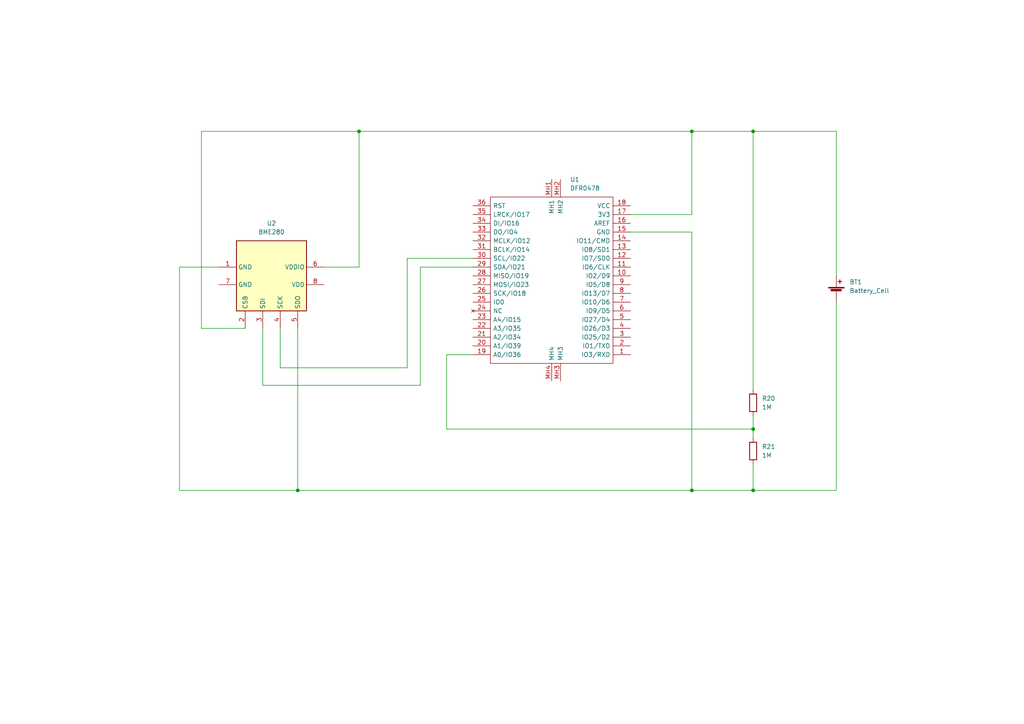
<source format=kicad_sch>
(kicad_sch (version 20211123) (generator eeschema)
  (paper "A4")
  (lib_symbols
    (symbol "DFR0478:DFR0478" (pin_names (offset 0.762))
      (property "Reference" "U" (at 54.61 20.32 0))
      (property "Value" "DFR0478" (at 54.61 17.78 0))
      (symbol "DFR0478_0_0"
        (pin passive line (at 50.8 20.32 270) (length 5.08) (name "IO3/RXD") (number "1"))
        (pin passive line (at 27.94 20.32 270) (length 5.08) (name "IO2/D9") (number "10"))
        (pin passive line (at 25.4 20.32 270) (length 5.08) (name "IO6/CLK") (number "11"))
        (pin passive line (at 22.86 20.32 270) (length 5.08) (name "IO7/SD0") (number "12"))
        (pin passive line (at 20.32 20.32 270) (length 5.08) (name "IO8/SD1") (number "13"))
        (pin passive line (at 17.78 20.32 270) (length 5.08) (name "IO11/CMD") (number "14"))
        (pin passive line (at 15.24 20.32 270) (length 5.08) (name "GND") (number "15"))
        (pin passive line (at 12.7 20.32 270) (length 5.08) (name "AREF") (number "16"))
        (pin passive line (at 10.16 20.32 270) (length 5.08) (name "3V3") (number "17"))
        (pin passive line (at 7.62 20.32 270) (length 5.08) (name "VCC") (number "18"))
        (pin passive line (at 50.8 -25.4 90) (length 5.08) (name "A0/IO36") (number "19"))
        (pin passive line (at 48.26 20.32 270) (length 5.08) (name "IO1/TXD") (number "2"))
        (pin passive line (at 48.26 -25.4 90) (length 5.08) (name "A1/IO39") (number "20"))
        (pin passive line (at 45.72 -25.4 90) (length 5.08) (name "A2/IO34") (number "21"))
        (pin passive line (at 43.18 -25.4 90) (length 5.08) (name "A3/IO35") (number "22"))
        (pin passive line (at 40.64 -25.4 90) (length 5.08) (name "A4/IO15") (number "23"))
        (pin no_connect line (at 38.1 -25.4 90) (length 5.08) (name "NC") (number "24"))
        (pin passive line (at 35.56 -25.4 90) (length 5.08) (name "IO0") (number "25"))
        (pin passive line (at 33.02 -25.4 90) (length 5.08) (name "SCK/IO18") (number "26"))
        (pin passive line (at 30.48 -25.4 90) (length 5.08) (name "MOSI/IO23") (number "27"))
        (pin passive line (at 27.94 -25.4 90) (length 5.08) (name "MISO/IO19") (number "28"))
        (pin passive line (at 25.4 -25.4 90) (length 5.08) (name "SDA/IO21") (number "29"))
        (pin passive line (at 45.72 20.32 270) (length 5.08) (name "IO25/D2") (number "3"))
        (pin passive line (at 22.86 -25.4 90) (length 5.08) (name "SCL/IO22") (number "30"))
        (pin passive line (at 20.32 -25.4 90) (length 5.08) (name "BCLK/IO14") (number "31"))
        (pin passive line (at 17.78 -25.4 90) (length 5.08) (name "MCLK/IO12") (number "32"))
        (pin passive line (at 15.24 -25.4 90) (length 5.08) (name "DO/IO4") (number "33"))
        (pin passive line (at 12.7 -25.4 90) (length 5.08) (name "DI/IO16") (number "34"))
        (pin passive line (at 10.16 -25.4 90) (length 5.08) (name "LRCK/IO17") (number "35"))
        (pin passive line (at 7.62 -25.4 90) (length 5.08) (name "RST") (number "36"))
        (pin passive line (at 43.18 20.32 270) (length 5.08) (name "IO26/D3") (number "4"))
        (pin passive line (at 40.64 20.32 270) (length 5.08) (name "IO27/D4") (number "5"))
        (pin passive line (at 38.1 20.32 270) (length 5.08) (name "IO9/D5") (number "6"))
        (pin passive line (at 35.56 20.32 270) (length 5.08) (name "IO10/D6") (number "7"))
        (pin passive line (at 33.02 20.32 270) (length 5.08) (name "IO13/D7") (number "8"))
        (pin passive line (at 30.48 20.32 270) (length 5.08) (name "IO5/D8") (number "9"))
        (pin passive line (at 0 -2.54 0) (length 5.08) (name "MH1") (number "MH1"))
        (pin passive line (at 0 0 0) (length 5.08) (name "MH2") (number "MH2"))
        (pin passive line (at 58.42 0 180) (length 5.08) (name "MH3") (number "MH3"))
        (pin passive line (at 58.42 -2.54 180) (length 5.08) (name "MH4") (number "MH4"))
      )
      (symbol "DFR0478_0_1"
        (polyline (pts (xy 5.08 15.24) (xy 53.34 15.24) (xy 53.34 -20.32) (xy 5.08 -20.32) (xy 5.08 15.24)) (stroke (width 0.1524)))
      )
    )
    (symbol "Device:Battery_Cell" (pin_numbers hide) (pin_names (offset 0) hide)
      (property "Reference" "BT" (at 2.54 2.54 0))
      (property "Value" "Battery_Cell" (at 2.54 0 0))
      (symbol "Battery_Cell_0_1"
        (rectangle (start -2.286 1.778) (end 2.286 1.524) (fill (type outline)))
        (rectangle (start -1.5748 1.1938) (end 1.4732 0.6858) (fill (type outline)))
        (polyline (pts (xy 0 0.762) (xy 0 0)))
        (polyline (pts (xy 0 1.778) (xy 0 2.54)))
        (polyline (pts (xy 0.508 3.429) (xy 1.524 3.429)) (stroke (width 0.254)))
        (polyline (pts (xy 1.016 3.937) (xy 1.016 2.921)) (stroke (width 0.254)))
      )
      (symbol "Battery_Cell_1_1"
        (pin passive line (at 0 5.08 270) (length 2.54) (name "+") (number "1"))
        (pin passive line (at 0 -2.54 90) (length 2.54) (name "-") (number "2"))
      )
    )
    (symbol "Device:R" (pin_numbers hide) (pin_names (offset 0))
      (property "Reference" "R" (at 2.032 0 90))
      (property "Value" "R" (at 0 0 90))
      (symbol "R_0_1"
        (rectangle (start -1.016 -2.54) (end 1.016 2.54) (stroke (width 0.254)))
      )
      (symbol "R_1_1"
        (pin passive line (at 0 3.81 270) (length 1.27) (name "~") (number "1"))
        (pin passive line (at 0 -3.81 90) (length 1.27) (name "~") (number "2"))
      )
    )
    (symbol "Sensor:BME280"
      (property "Reference" "U" (at -8.89 11.43 0))
      (property "Value" "BME280" (at 7.62 11.43 0))
      (symbol "BME280_0_1"
        (rectangle (start -10.16 10.16) (end 10.16 -10.16) (stroke (width 0.254)) (fill (type background)))
      )
      (symbol "BME280_1_1"
        (pin power_in line (at -2.54 -15.24 90) (length 5.08) (name "GND") (number "1"))
        (pin input line (at 15.24 -7.62 180) (length 5.08) (name "CSB") (number "2"))
        (pin bidirectional line (at 15.24 -2.54 180) (length 5.08) (name "SDI") (number "3"))
        (pin input line (at 15.24 2.54 180) (length 5.08) (name "SCK") (number "4"))
        (pin bidirectional line (at 15.24 7.62 180) (length 5.08) (name "SDO") (number "5"))
        (pin power_in line (at -2.54 15.24 270) (length 5.08) (name "VDDIO") (number "6"))
        (pin power_in line (at 2.54 -15.24 90) (length 5.08) (name "GND") (number "7"))
        (pin power_in line (at 2.54 15.24 270) (length 5.08) (name "VDD") (number "8"))
      )
    )
  )
  (junction (at 104.14 38.1))
  (junction (at 218.44 38.1))
  (junction (at 86.36 142.24))
  (junction (at 218.44 142.24))
  (junction (at 200.66 142.24))
  (junction (at 218.44 124.46))
  (junction (at 200.66 38.1))
  (wire (pts (xy 58.42 38.1) (xy 104.14 38.1)))
  (wire (pts (xy 52.07 77.47) (xy 52.07 142.24)))
  (wire (pts (xy 218.44 134.62) (xy 218.44 142.24)))
  (wire (pts (xy 218.44 124.46) (xy 218.44 120.65)))
  (wire (pts (xy 58.42 95.25) (xy 58.42 38.1)))
  (wire (pts (xy 63.5 77.47) (xy 52.07 77.47)))
  (wire (pts (xy 104.14 38.1) (xy 200.66 38.1)))
  (wire (pts (xy 242.57 87.63) (xy 242.57 142.24)))
  (wire (pts (xy 218.44 38.1) (xy 242.57 38.1)))
  (wire (pts (xy 200.66 38.1) (xy 200.66 62.23)))
  (wire (pts (xy 71.12 95.25) (xy 58.42 95.25)))
  (wire (pts (xy 218.44 113.03) (xy 218.44 38.1)))
  (wire (pts (xy 242.57 80.01) (xy 242.57 38.1)))
  (wire (pts (xy 218.44 124.46) (xy 129.54 124.46)))
  (wire (pts (xy 76.2 111.76) (xy 121.92 111.76)))
  (wire (pts (xy 81.28 106.68) (xy 118.11 106.68)))
  (wire (pts (xy 129.54 124.46) (xy 129.54 102.87)))
  (wire (pts (xy 52.07 142.24) (xy 86.36 142.24)))
  (wire (pts (xy 200.66 38.1) (xy 218.44 38.1)))
  (wire (pts (xy 118.11 74.93) (xy 137.16 74.93)))
  (wire (pts (xy 121.92 111.76) (xy 121.92 77.47)))
  (wire (pts (xy 86.36 95.25) (xy 86.36 142.24)))
  (wire (pts (xy 86.36 142.24) (xy 200.66 142.24)))
  (wire (pts (xy 182.88 62.23) (xy 200.66 62.23)))
  (wire (pts (xy 118.11 106.68) (xy 118.11 74.93)))
  (wire (pts (xy 104.14 77.47) (xy 104.14 38.1)))
  (wire (pts (xy 200.66 142.24) (xy 218.44 142.24)))
  (wire (pts (xy 121.92 77.47) (xy 137.16 77.47)))
  (wire (pts (xy 76.2 95.25) (xy 76.2 111.76)))
  (wire (pts (xy 218.44 142.24) (xy 242.57 142.24)))
  (wire (pts (xy 200.66 67.31) (xy 182.88 67.31)))
  (wire (pts (xy 93.98 77.47) (xy 104.14 77.47)))
  (wire (pts (xy 81.28 95.25) (xy 81.28 106.68)))
  (wire (pts (xy 129.54 102.87) (xy 137.16 102.87)))
  (wire (pts (xy 218.44 127) (xy 218.44 124.46)))
  (wire (pts (xy 200.66 142.24) (xy 200.66 67.31)))
  (symbol (lib_id "DFR0478:DFR0478") (at 162.56 52.07 270) (unit 1)
    (property "Reference" "U1" (at 165.3287 52.07 90) (effects (justify left)))
    (property "Value" "DFR0478" (at 165.3287 54.61 90) (effects (justify left)))
    (property "Footprint" "FIREBEETLE_ESP32" (effects hide))
    (property "Datasheet" "https://datasheet.datasheetarchive.com/originals/distributors/DKDS-1/13356.pdf" (effects hide))
    (property "Description" "Development Boards & Kits - Wireless FireBeetle ESP32 IOT MCU" (effects hide))
    (property "Manufacturer_Name" "DFRobot" (effects hide))
    (property "Manufacturer_Part_Number" "DFR0478" (effects hide))
    (property "Mouser Part Number" "426-DFR0478" (effects hide))
    (property "Mouser Price/Stock" "https://www.mouser.co.uk/ProductDetail/DFRobot/DFR0478?qs=EU6FO9ffTwc%252BR65h2NUGQw%3D%3D" (effects hide))
    (property "Arrow Part Number" "DFR0478" (effects hide))
    (property "Arrow Price/Stock" "https://www.arrow.com/en/products/dfr0478/dfrobot?region=nac" (effects hide))
  )
  (symbol (lib_id "Device:R") (at 218.44 116.84 0) (unit 1)
    (property "Reference" "R20" (at 220.98 115.5699 0) (effects (justify left)))
    (property "Value" "1M" (at 220.98 118.1099 0) (effects (justify left)))
  )
  (symbol (lib_id "Device:Battery_Cell") (at 242.57 85.09 0) (unit 1)
    (property "Reference" "BT1" (at 246.38 81.7879 0) (effects (justify left)))
    (property "Value" "Battery_Cell" (at 246.38 84.3279 0) (effects (justify left)))
  )
  (symbol (lib_id "Device:R") (at 218.44 130.81 0) (unit 1)
    (property "Reference" "R21" (at 220.98 129.5399 0) (effects (justify left)))
    (property "Value" "1M" (at 220.98 132.0799 0) (effects (justify left)))
  )
  (symbol (lib_id "Sensor:BME280") (at 78.74 80.01 270) (unit 1)
    (property "Reference" "U2" (at 78.74 64.77 90))
    (property "Value" "BME280" (at 78.74 67.31 90))
    (property "Footprint" "Package_LGA:Bosch_LGA-8_2.5x2.5mm_P0.65mm_ClockwisePinNumbering" (effects hide))
    (property "Datasheet" "https://ae-bst.resource.bosch.com/media/_tech/media/datasheets/BST-BME280-DS002.pdf" (effects hide))
  )
)
</source>
